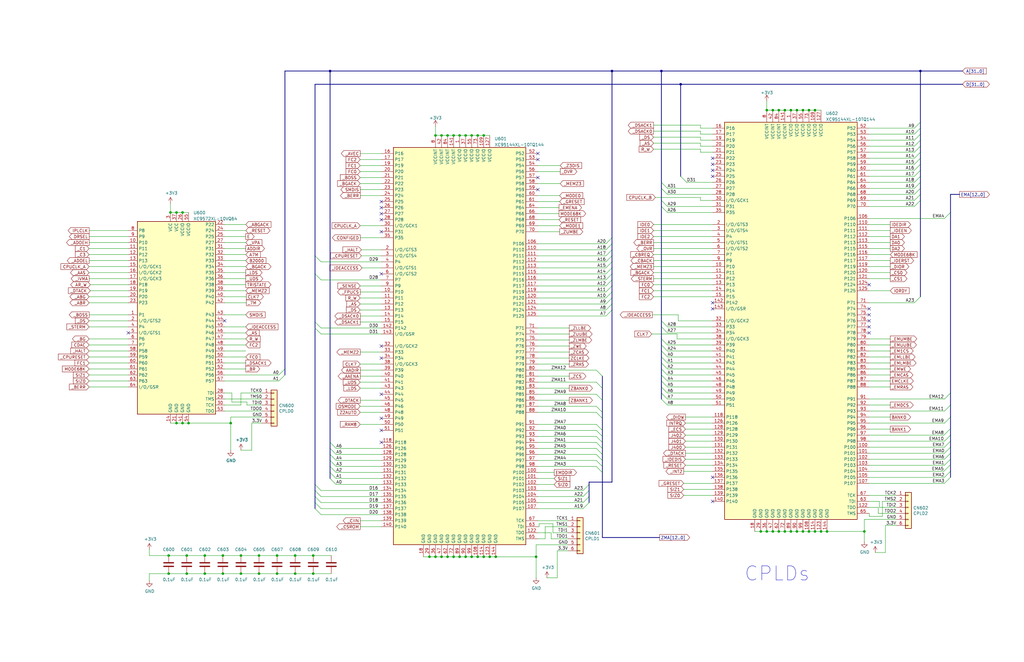
<source format=kicad_sch>
(kicad_sch (version 20231120) (generator "eeschema") (generator_version "8.0")
  (paper "B")
  (title_block (title "Amiga N2630 MC68882 PLCC") (date "2024-03-24") (rev "4.1.0a"))
  (junction (at 93.98 234.442))
  (junction (at 124.46 234.442))
  (junction (at 364.49 224.282))
  (junction (at 336.042 224.282))
  (junction (at 71.882 89.662))
  (junction (at 226.06 234.95))
  (junction (at 74.422 178.562))
  (junction (at 74.422 89.662))
  (junction (at 109.22 234.442))
  (junction (at 71.12 234.442))
  (junction (at 206.502 234.95))
  (junction (at 132.08 234.442))
  (junction (at 209.042 234.95))
  (junction (at 203.962 57.15))
  (junction (at 139.192 29.972))
  (junction (at 109.22 242.062))
  (junction (at 258.064 29.972))
  (junction (at 132.08 242.062))
  (junction (at 191.262 57.15))
  (junction (at 193.802 57.15))
  (junction (at 86.36 234.442))
  (junction (at 196.342 57.15))
  (junction (at 325.882 224.282))
  (junction (at 183.642 57.15))
  (junction (at 191.262 234.95))
  (junction (at 76.962 178.562))
  (junction (at 343.662 46.482))
  (junction (at 330.962 224.282))
  (junction (at 388.112 29.972))
  (junction (at 116.84 234.442))
  (junction (at 188.722 57.15))
  (junction (at 97.282 178.562))
  (junction (at 201.422 57.15))
  (junction (at 181.102 234.95))
  (junction (at 341.122 46.482))
  (junction (at 287.02 35.56))
  (junction (at 78.74 234.442))
  (junction (at 76.962 89.662))
  (junction (at 78.74 242.062))
  (junction (at 124.46 242.062))
  (junction (at 278.892 29.972))
  (junction (at 333.502 224.282))
  (junction (at 101.6 234.442))
  (junction (at 341.122 224.282))
  (junction (at 323.342 46.482))
  (junction (at 325.882 46.482))
  (junction (at 338.582 46.482))
  (junction (at 346.202 224.282))
  (junction (at 186.182 234.95))
  (junction (at 198.882 57.15))
  (junction (at 79.502 178.562))
  (junction (at 196.342 234.95))
  (junction (at 186.182 57.15))
  (junction (at 93.98 242.062))
  (junction (at 328.422 46.482))
  (junction (at 101.6 242.062))
  (junction (at 323.342 224.282))
  (junction (at 328.422 224.282))
  (junction (at 343.662 224.282))
  (junction (at 330.962 46.482))
  (junction (at 116.84 242.062))
  (junction (at 336.042 46.482))
  (junction (at 320.802 224.282))
  (junction (at 338.582 224.282))
  (junction (at 183.642 234.95))
  (junction (at 71.12 242.062))
  (junction (at 86.36 242.062))
  (junction (at 333.502 46.482))
  (junction (at 193.802 234.95))
  (junction (at 203.962 234.95))
  (junction (at 188.722 234.95))
  (junction (at 201.422 234.95))
  (junction (at 348.742 224.282))
  (junction (at 198.882 234.95))
  (no_connect (at 300.482 66.802))
  (no_connect (at 160.782 166.37))
  (no_connect (at 160.782 186.69))
  (no_connect (at 226.822 80.01))
  (no_connect (at 226.822 74.93))
  (no_connect (at 226.822 67.31))
  (no_connect (at 226.822 64.77))
  (no_connect (at 300.482 211.582))
  (no_connect (at 366.522 120.142))
  (no_connect (at 160.782 115.57))
  (no_connect (at 160.782 97.79))
  (no_connect (at 160.782 146.05))
  (no_connect (at 366.522 130.302))
  (no_connect (at 300.482 71.882))
  (no_connect (at 300.482 201.422))
  (no_connect (at 160.782 92.71))
  (no_connect (at 300.482 74.422))
  (no_connect (at 366.522 140.462))
  (no_connect (at 366.522 137.922))
  (no_connect (at 366.522 135.382))
  (no_connect (at 160.782 85.09))
  (no_connect (at 160.782 87.63))
  (no_connect (at 160.782 90.17))
  (no_connect (at 300.482 69.342))
  (no_connect (at 94.742 135.382))
  (no_connect (at 160.782 151.13))
  (no_connect (at 160.782 176.53))
  (no_connect (at 160.782 181.61))
  (no_connect (at 366.522 132.842))
  (no_connect (at 54.102 140.462))
  (no_connect (at 300.482 130.302))
  (no_connect (at 300.482 127.762))
  (bus_entry (at 281.432 137.922) (size -2.54 -2.54))
  (bus_entry (at 398.272 186.182) (size 2.54 -2.54))
  (bus_entry (at 398.018 183.642) (size 2.54 -2.54))
  (bus_entry (at 398.272 188.722) (size 2.54 -2.54))
  (bus_entry (at 398.272 173.482) (size 2.54 -2.54))
  (bus_entry (at 398.272 178.562) (size 2.54 -2.54))
  (bus_entry (at 255.524 107.95) (size 2.54 -2.54))
  (bus_entry (at 385.572 74.422) (size 2.54 -2.54))
  (bus_entry (at 385.572 61.722) (size 2.54 -2.54))
  (bus_entry (at 255.524 133.35) (size 2.54 -2.54))
  (bus_entry (at 385.572 54.102) (size 2.54 -2.54))
  (bus_entry (at 281.432 89.662) (size -2.54 -2.54))
  (bus_entry (at 281.432 79.502) (size -2.54 -2.54))
  (bus_entry (at 385.572 127.762) (size 2.54 -2.54))
  (bus_entry (at 385.572 79.502) (size 2.54 -2.54))
  (bus_entry (at 135.382 209.55) (size -2.54 -2.54))
  (bus_entry (at 281.432 165.862) (size -2.54 -2.54))
  (bus_entry (at 398.272 201.422) (size 2.54 -2.54))
  (bus_entry (at 398.272 193.802) (size 2.54 -2.54))
  (bus_entry (at 398.272 203.962) (size 2.54 -2.54))
  (bus_entry (at 398.272 92.202) (size 2.54 -2.54))
  (bus_entry (at 398.018 198.882) (size 2.54 -2.54))
  (bus_entry (at 398.272 196.342) (size 2.54 -2.54))
  (bus_entry (at 398.272 191.262) (size 2.54 -2.54))
  (bus_entry (at 251.46 156.21) (size 2.54 2.54))
  (bus_entry (at 135.382 207.01) (size -2.54 -2.54))
  (bus_entry (at 281.432 163.322) (size -2.54 -2.54))
  (bus_entry (at 281.432 150.622) (size -2.54 -2.54))
  (bus_entry (at 281.432 145.542) (size -2.54 -2.54))
  (bus_entry (at 141.732 204.47) (size -2.54 -2.54))
  (bus_entry (at 141.732 196.85) (size -2.54 -2.54))
  (bus_entry (at 141.732 194.31) (size -2.54 -2.54))
  (bus_entry (at 141.732 199.39) (size -2.54 -2.54))
  (bus_entry (at 141.732 201.93) (size -2.54 -2.54))
  (bus_entry (at 141.732 189.23) (size -2.54 -2.54))
  (bus_entry (at 141.732 191.77) (size -2.54 -2.54))
  (bus_entry (at 255.524 118.11) (size 2.54 -2.54))
  (bus_entry (at 255.524 128.27) (size 2.54 -2.54))
  (bus_entry (at 255.524 120.65) (size 2.54 -2.54))
  (bus_entry (at 255.524 123.19) (size 2.54 -2.54))
  (bus_entry (at 255.524 125.73) (size 2.54 -2.54))
  (bus_entry (at 255.524 130.81) (size 2.54 -2.54))
  (bus_entry (at 245.872 207.01) (size 2.54 -2.54))
  (bus_entry (at 245.872 214.63) (size 2.54 -2.54))
  (bus_entry (at 245.872 212.09) (size 2.54 -2.54))
  (bus_entry (at 255.524 115.57) (size 2.54 -2.54))
  (bus_entry (at 255.524 113.03) (size 2.54 -2.54))
  (bus_entry (at 245.872 209.55) (size 2.54 -2.54))
  (bus_entry (at 251.46 161.29) (size 2.54 2.54))
  (bus_entry (at 385.572 84.582) (size 2.54 -2.54))
  (bus_entry (at 385.572 69.342) (size 2.54 -2.54))
  (bus_entry (at 255.524 110.49) (size 2.54 -2.54))
  (bus_entry (at 385.572 82.042) (size 2.54 -2.54))
  (bus_entry (at 385.572 59.182) (size 2.54 -2.54))
  (bus_entry (at 281.432 170.942) (size -2.54 -2.54))
  (bus_entry (at 385.572 56.642) (size 2.54 -2.54))
  (bus_entry (at 281.432 155.702) (size -2.54 -2.54))
  (bus_entry (at 135.382 217.17) (size -2.54 -2.54))
  (bus_entry (at 281.432 168.402) (size -2.54 -2.54))
  (bus_entry (at 281.432 160.782) (size -2.54 -2.54))
  (bus_entry (at 117.602 158.242) (size 2.54 -2.54))
  (bus_entry (at 255.524 102.87) (size 2.54 -2.54))
  (bus_entry (at 385.572 71.882) (size 2.54 -2.54))
  (bus_entry (at 281.432 158.242) (size -2.54 -2.54))
  (bus_entry (at 398.272 168.402) (size 2.54 -2.54))
  (bus_entry (at 281.432 148.082) (size -2.54 -2.54))
  (bus_entry (at 385.572 64.262) (size 2.54 -2.54))
  (bus_entry (at 281.432 140.462) (size -2.54 -2.54))
  (bus_entry (at 385.572 87.122) (size 2.54 -2.54))
  (bus_entry (at 289.56 76.962) (size -2.54 -2.54))
  (bus_entry (at 385.572 66.802) (size 2.54 -2.54))
  (bus_entry (at 385.572 76.962) (size 2.54 -2.54))
  (bus_entry (at 255.524 105.41) (size 2.54 -2.54))
  (bus_entry (at 281.432 153.162) (size -2.54 -2.54))
  (bus_entry (at 135.382 212.09) (size -2.54 -2.54))
  (bus_entry (at 251.46 171.45) (size 2.54 2.54))
  (bus_entry (at 251.46 166.37) (size 2.54 2.54))
  (bus_entry (at 251.46 179.07) (size 2.54 2.54))
  (bus_entry (at 251.46 173.99) (size 2.54 2.54))
  (bus_entry (at 251.46 191.77) (size 2.54 2.54))
  (bus_entry (at 251.46 194.31) (size 2.54 2.54))
  (bus_entry (at 251.46 196.85) (size 2.54 2.54))
  (bus_entry (at 251.46 184.15) (size 2.54 2.54))
  (bus_entry (at 251.46 189.23) (size 2.54 2.54))
  (bus_entry (at 251.46 181.61) (size 2.54 2.54))
  (bus_entry (at 251.46 186.69) (size 2.54 2.54))
  (bus_entry (at 117.602 160.782) (size 2.54 -2.54))
  (bus_entry (at 281.432 87.122) (size -2.54 -2.54))
  (bus_entry (at 281.432 82.042) (size -2.54 -2.54))
  (bus_entry (at 135.382 110.49) (size -2.54 -2.54))
  (bus_entry (at 135.382 118.11) (size -2.54 -2.54))
  (bus_entry (at 135.382 140.97) (size -2.54 -2.54))
  (bus_entry (at 135.382 138.43) (size -2.54 -2.54))
  (bus_entry (at 135.382 214.63) (size -2.54 -2.54))
  (bus (pts (xy 278.892 79.502) (xy 278.892 84.582)))
  (wire (pts (xy 54.102 112.522) (xy 37.592 112.522)))
  (wire (pts (xy 366.522 173.482) (xy 398.272 173.482)))
  (wire (pts (xy 276.352 83.312) (xy 295.402 83.312)))
  (wire (pts (xy 183.642 234.95) (xy 186.182 234.95)))
  (wire (pts (xy 226.06 243.84) (xy 226.06 234.95)))
  (bus (pts (xy 254 163.83) (xy 254 168.91)))
  (wire (pts (xy 226.06 234.95) (xy 226.06 229.87)))
  (bus (pts (xy 258.064 120.65) (xy 258.064 118.11)))
  (bus (pts (xy 132.842 107.95) (xy 132.842 35.56)))
  (bus (pts (xy 258.064 115.57) (xy 258.064 113.03)))
  (bus (pts (xy 254 181.61) (xy 254 184.15)))
  (wire (pts (xy 203.962 234.95) (xy 206.502 234.95)))
  (wire (pts (xy 366.522 109.982) (xy 375.412 109.982)))
  (wire (pts (xy 288.29 203.962) (xy 300.482 203.962)))
  (wire (pts (xy 103.632 148.082) (xy 94.742 148.082)))
  (wire (pts (xy 181.102 234.95) (xy 183.642 234.95)))
  (wire (pts (xy 101.6 242.062) (xy 93.98 242.062)))
  (wire (pts (xy 239.522 222.25) (xy 229.87 222.25)))
  (bus (pts (xy 248.412 212.09) (xy 248.412 209.55)))
  (wire (pts (xy 300.482 165.862) (xy 281.432 165.862)))
  (wire (pts (xy 300.482 160.782) (xy 281.432 160.782)))
  (wire (pts (xy 54.102 109.982) (xy 37.592 109.982)))
  (wire (pts (xy 188.722 234.95) (xy 191.262 234.95)))
  (wire (pts (xy 151.892 222.25) (xy 160.782 222.25)))
  (wire (pts (xy 366.522 170.942) (xy 375.412 170.942)))
  (wire (pts (xy 372.11 217.932) (xy 366.522 217.932)))
  (wire (pts (xy 104.14 170.942) (xy 110.49 170.942)))
  (wire (pts (xy 135.382 214.63) (xy 160.782 214.63)))
  (wire (pts (xy 320.802 224.282) (xy 318.262 224.282)))
  (wire (pts (xy 286.004 135.382) (xy 286.004 132.842)))
  (wire (pts (xy 295.402 52.832) (xy 275.59 52.832)))
  (bus (pts (xy 139.192 194.31) (xy 139.192 196.85)))
  (wire (pts (xy 328.422 46.482) (xy 325.882 46.482)))
  (wire (pts (xy 385.572 71.882) (xy 366.522 71.882)))
  (bus (pts (xy 254 158.75) (xy 254 163.83)))
  (wire (pts (xy 281.432 150.622) (xy 300.482 150.622)))
  (wire (pts (xy 255.524 110.49) (xy 226.822 110.49)))
  (wire (pts (xy 245.872 214.63) (xy 226.822 214.63)))
  (wire (pts (xy 275.59 94.742) (xy 300.482 94.742)))
  (wire (pts (xy 364.49 224.282) (xy 364.49 219.202)))
  (wire (pts (xy 385.572 84.582) (xy 366.522 84.582)))
  (bus (pts (xy 132.842 212.09) (xy 132.842 214.63)))
  (wire (pts (xy 97.282 178.562) (xy 97.282 176.022)))
  (wire (pts (xy 54.102 122.682) (xy 38.1 122.682)))
  (wire (pts (xy 285.496 143.002) (xy 285.496 140.97)))
  (wire (pts (xy 295.402 60.452) (xy 295.402 61.722)))
  (bus (pts (xy 248.412 209.55) (xy 248.412 207.01)))
  (wire (pts (xy 71.882 85.852) (xy 71.882 89.662)))
  (wire (pts (xy 103.632 102.362) (xy 94.742 102.362)))
  (wire (pts (xy 135.382 207.01) (xy 160.782 207.01)))
  (wire (pts (xy 300.482 107.442) (xy 275.59 107.442)))
  (wire (pts (xy 226.822 97.79) (xy 235.966 97.79)))
  (wire (pts (xy 103.632 155.702) (xy 94.742 155.702)))
  (bus (pts (xy 132.842 138.684) (xy 132.842 204.47)))
  (wire (pts (xy 94.742 125.222) (xy 103.886 125.222)))
  (wire (pts (xy 226.822 189.23) (xy 251.46 189.23)))
  (wire (pts (xy 191.262 57.15) (xy 188.722 57.15)))
  (wire (pts (xy 54.102 125.222) (xy 37.592 125.222)))
  (wire (pts (xy 289.052 193.802) (xy 300.482 193.802)))
  (wire (pts (xy 336.042 46.482) (xy 333.502 46.482)))
  (wire (pts (xy 300.482 209.042) (xy 288.29 209.042)))
  (wire (pts (xy 94.742 94.742) (xy 103.632 94.742)))
  (wire (pts (xy 385.572 127.762) (xy 366.522 127.762)))
  (wire (pts (xy 226.822 219.71) (xy 239.522 219.71)))
  (bus (pts (xy 258.064 102.87) (xy 258.064 100.33)))
  (wire (pts (xy 281.432 148.082) (xy 300.482 148.082)))
  (wire (pts (xy 226.822 92.71) (xy 235.712 92.71)))
  (wire (pts (xy 37.592 158.242) (xy 54.102 158.242)))
  (wire (pts (xy 281.432 89.662) (xy 300.482 89.662)))
  (wire (pts (xy 281.432 82.042) (xy 300.482 82.042)))
  (bus (pts (xy 254 191.77) (xy 254 194.31)))
  (bus (pts (xy 400.812 191.262) (xy 400.812 188.722)))
  (wire (pts (xy 226.822 194.31) (xy 251.46 194.31)))
  (wire (pts (xy 160.782 74.93) (xy 151.892 74.93)))
  (wire (pts (xy 103.632 122.682) (xy 94.742 122.682)))
  (wire (pts (xy 226.822 191.77) (xy 251.46 191.77)))
  (bus (pts (xy 258.064 118.11) (xy 258.064 115.57)))
  (bus (pts (xy 254 199.39) (xy 254 226.822)))
  (wire (pts (xy 300.482 186.182) (xy 289.052 186.182)))
  (wire (pts (xy 94.742 158.242) (xy 117.602 158.242)))
  (wire (pts (xy 300.482 112.522) (xy 275.59 112.522)))
  (wire (pts (xy 206.502 234.95) (xy 209.042 234.95)))
  (wire (pts (xy 366.522 176.022) (xy 375.412 176.022)))
  (wire (pts (xy 226.822 95.25) (xy 235.966 95.25)))
  (wire (pts (xy 196.342 234.95) (xy 198.882 234.95)))
  (wire (pts (xy 160.782 64.77) (xy 151.892 64.77)))
  (bus (pts (xy 388.112 64.262) (xy 388.112 66.802)))
  (bus (pts (xy 254 189.23) (xy 254 191.77)))
  (wire (pts (xy 160.782 77.47) (xy 151.892 77.47)))
  (wire (pts (xy 300.482 170.942) (xy 281.432 170.942)))
  (wire (pts (xy 141.732 196.85) (xy 160.782 196.85)))
  (wire (pts (xy 289.56 76.962) (xy 300.482 76.962)))
  (wire (pts (xy 94.742 109.982) (xy 103.632 109.982)))
  (wire (pts (xy 385.572 54.102) (xy 366.522 54.102)))
  (wire (pts (xy 160.782 173.99) (xy 151.892 173.99)))
  (wire (pts (xy 325.882 46.482) (xy 323.342 46.482)))
  (wire (pts (xy 196.342 57.15) (xy 193.802 57.15)))
  (wire (pts (xy 54.102 117.602) (xy 37.592 117.602)))
  (bus (pts (xy 400.812 176.022) (xy 400.812 170.942)))
  (bus (pts (xy 388.112 61.722) (xy 388.112 64.262)))
  (wire (pts (xy 366.522 145.542) (xy 375.412 145.542)))
  (wire (pts (xy 93.98 242.062) (xy 86.36 242.062)))
  (wire (pts (xy 300.482 183.642) (xy 289.052 183.642)))
  (wire (pts (xy 275.59 104.902) (xy 300.482 104.902)))
  (wire (pts (xy 103.632 150.622) (xy 94.742 150.622)))
  (wire (pts (xy 37.592 148.082) (xy 54.102 148.082)))
  (wire (pts (xy 226.822 199.39) (xy 233.68 199.39)))
  (wire (pts (xy 124.46 242.062) (xy 132.08 242.062)))
  (wire (pts (xy 341.122 224.282) (xy 338.582 224.282)))
  (wire (pts (xy 37.592 132.842) (xy 54.102 132.842)))
  (bus (pts (xy 400.812 89.662) (xy 400.812 82.042)))
  (wire (pts (xy 151.892 156.21) (xy 160.782 156.21)))
  (wire (pts (xy 151.892 123.19) (xy 160.782 123.19)))
  (wire (pts (xy 54.102 137.922) (xy 37.592 137.922)))
  (bus (pts (xy 254 194.31) (xy 254 196.85)))
  (wire (pts (xy 226.822 90.17) (xy 235.712 90.17)))
  (wire (pts (xy 37.592 104.902) (xy 54.102 104.902)))
  (wire (pts (xy 300.482 163.322) (xy 281.432 163.322)))
  (wire (pts (xy 281.432 87.122) (xy 300.482 87.122)))
  (bus (pts (xy 248.412 203.454) (xy 258.064 203.454)))
  (wire (pts (xy 209.042 234.95) (xy 226.06 234.95)))
  (bus (pts (xy 278.892 158.242) (xy 278.892 160.782)))
  (wire (pts (xy 135.382 217.17) (xy 160.782 217.17)))
  (wire (pts (xy 191.262 234.95) (xy 193.802 234.95)))
  (bus (pts (xy 258.064 113.03) (xy 258.064 110.49)))
  (wire (pts (xy 366.522 178.562) (xy 398.272 178.562)))
  (bus (pts (xy 278.892 153.162) (xy 278.892 155.702)))
  (wire (pts (xy 385.572 69.342) (xy 366.522 69.342)))
  (bus (pts (xy 120.142 29.972) (xy 139.192 29.972)))
  (wire (pts (xy 160.782 163.83) (xy 151.892 163.83)))
  (wire (pts (xy 375.412 122.682) (xy 366.522 122.682)))
  (bus (pts (xy 278.892 160.782) (xy 278.892 163.322)))
  (bus (pts (xy 254 176.53) (xy 254 181.61)))
  (bus (pts (xy 258.064 128.27) (xy 258.064 130.81)))
  (wire (pts (xy 151.892 125.73) (xy 160.782 125.73)))
  (wire (pts (xy 76.962 178.562) (xy 79.502 178.562)))
  (wire (pts (xy 151.892 158.75) (xy 160.782 158.75)))
  (wire (pts (xy 226.822 143.51) (xy 240.03 143.51)))
  (wire (pts (xy 234.95 243.84) (xy 230.632 243.84)))
  (wire (pts (xy 289.052 176.022) (xy 300.482 176.022)))
  (wire (pts (xy 103.632 140.462) (xy 94.742 140.462)))
  (wire (pts (xy 226.822 87.63) (xy 235.712 87.63)))
  (wire (pts (xy 255.524 102.87) (xy 226.822 102.87)))
  (wire (pts (xy 109.22 242.062) (xy 101.6 242.062)))
  (wire (pts (xy 141.732 191.77) (xy 160.782 191.77)))
  (wire (pts (xy 193.802 234.95) (xy 196.342 234.95)))
  (wire (pts (xy 79.502 178.562) (xy 97.282 178.562)))
  (wire (pts (xy 372.11 211.582) (xy 372.11 217.932)))
  (bus (pts (xy 388.112 66.802) (xy 388.112 69.342)))
  (bus (pts (xy 400.812 82.042) (xy 404.622 82.042)))
  (wire (pts (xy 366.522 163.322) (xy 375.412 163.322)))
  (wire (pts (xy 103.632 145.542) (xy 94.742 145.542)))
  (wire (pts (xy 300.482 117.602) (xy 275.59 117.602)))
  (wire (pts (xy 226.822 72.39) (xy 236.22 72.39)))
  (bus (pts (xy 278.892 145.542) (xy 278.892 148.082)))
  (bus (pts (xy 278.892 29.972) (xy 388.112 29.972)))
  (bus (pts (xy 278.892 165.862) (xy 278.892 168.402)))
  (bus (pts (xy 400.812 193.802) (xy 400.812 191.262)))
  (wire (pts (xy 135.382 138.43) (xy 160.782 138.43)))
  (wire (pts (xy 109.22 234.442) (xy 116.84 234.442)))
  (wire (pts (xy 151.892 120.65) (xy 160.782 120.65)))
  (wire (pts (xy 160.782 107.95) (xy 152.4 107.95)))
  (bus (pts (xy 258.064 130.81) (xy 258.064 203.454)))
  (wire (pts (xy 366.522 183.642) (xy 398.018 183.642)))
  (wire (pts (xy 141.732 189.23) (xy 160.782 189.23)))
  (wire (pts (xy 333.502 46.482) (xy 330.962 46.482)))
  (wire (pts (xy 226.822 153.67) (xy 240.03 153.67)))
  (wire (pts (xy 300.482 115.062) (xy 275.59 115.062)))
  (wire (pts (xy 160.782 95.25) (xy 151.892 95.25)))
  (wire (pts (xy 229.87 222.25) (xy 229.87 227.33)))
  (wire (pts (xy 233.172 220.98) (xy 227.33 220.98)))
  (bus (pts (xy 400.812 89.662) (xy 400.812 165.862)))
  (wire (pts (xy 116.84 242.062) (xy 124.46 242.062)))
  (wire (pts (xy 135.382 110.49) (xy 160.782 110.49)))
  (wire (pts (xy 54.102 107.442) (xy 37.592 107.442)))
  (wire (pts (xy 300.482 120.142) (xy 275.59 120.142)))
  (wire (pts (xy 86.36 234.442) (xy 78.74 234.442)))
  (bus (pts (xy 388.112 29.972) (xy 405.892 29.972)))
  (wire (pts (xy 226.822 77.47) (xy 236.22 77.47)))
  (wire (pts (xy 103.632 112.522) (xy 94.742 112.522)))
  (wire (pts (xy 97.282 189.992) (xy 97.282 178.562)))
  (wire (pts (xy 151.892 130.81) (xy 160.782 130.81)))
  (wire (pts (xy 232.41 227.33) (xy 239.522 227.33)))
  (wire (pts (xy 275.59 60.452) (xy 295.402 60.452)))
  (wire (pts (xy 338.582 224.282) (xy 336.042 224.282)))
  (wire (pts (xy 226.822 85.09) (xy 235.966 85.09)))
  (wire (pts (xy 101.6 165.862) (xy 101.6 170.942)))
  (wire (pts (xy 370.84 214.122) (xy 377.952 214.122)))
  (wire (pts (xy 97.79 165.862) (xy 97.79 169.672)))
  (wire (pts (xy 300.482 84.582) (xy 295.402 84.582)))
  (wire (pts (xy 226.822 82.55) (xy 235.966 82.55)))
  (wire (pts (xy 198.882 57.15) (xy 196.342 57.15)))
  (wire (pts (xy 226.822 179.07) (xy 251.46 179.07)))
  (wire (pts (xy 201.422 57.15) (xy 198.882 57.15)))
  (wire (pts (xy 109.22 242.062) (xy 116.84 242.062)))
  (wire (pts (xy 348.742 224.282) (xy 364.49 224.282)))
  (wire (pts (xy 275.59 99.822) (xy 300.482 99.822)))
  (wire (pts (xy 71.12 234.442) (xy 62.992 234.442)))
  (bus (pts (xy 139.192 191.77) (xy 139.192 194.31)))
  (wire (pts (xy 385.572 87.122) (xy 366.522 87.122)))
  (wire (pts (xy 198.882 234.95) (xy 201.422 234.95)))
  (wire (pts (xy 255.524 133.35) (xy 226.822 133.35)))
  (bus (pts (xy 400.812 188.722) (xy 400.812 186.182)))
  (bus (pts (xy 258.064 100.33) (xy 258.064 29.972)))
  (bus (pts (xy 388.112 56.642) (xy 388.112 59.182)))
  (wire (pts (xy 275.59 125.222) (xy 300.482 125.222)))
  (bus (pts (xy 139.192 186.69) (xy 139.192 189.23)))
  (wire (pts (xy 124.46 234.442) (xy 132.08 234.442)))
  (wire (pts (xy 141.732 199.39) (xy 160.782 199.39)))
  (wire (pts (xy 71.12 242.062) (xy 62.992 242.062)))
  (wire (pts (xy 370.332 214.122) (xy 370.332 216.662)))
  (wire (pts (xy 366.522 168.402) (xy 398.272 168.402)))
  (wire (pts (xy 203.962 57.15) (xy 201.422 57.15)))
  (wire (pts (xy 54.102 99.822) (xy 37.592 99.822)))
  (wire (pts (xy 233.172 224.79) (xy 233.172 220.98)))
  (bus (pts (xy 400.812 183.642) (xy 400.812 176.022)))
  (wire (pts (xy 366.522 112.522) (xy 375.412 112.522)))
  (wire (pts (xy 37.592 153.162) (xy 54.102 153.162)))
  (bus (pts (xy 278.892 163.322) (xy 278.892 165.862)))
  (wire (pts (xy 226.822 184.15) (xy 251.46 184.15)))
  (wire (pts (xy 366.522 203.962) (xy 398.272 203.962)))
  (wire (pts (xy 366.522 115.062) (xy 375.412 115.062)))
  (wire (pts (xy 385.572 64.262) (xy 366.522 64.262)))
  (wire (pts (xy 186.182 234.95) (xy 188.722 234.95)))
  (wire (pts (xy 323.342 224.282) (xy 320.802 224.282)))
  (wire (pts (xy 288.29 198.882) (xy 300.482 198.882)))
  (wire (pts (xy 226.822 140.97) (xy 240.03 140.97)))
  (wire (pts (xy 300.482 191.262) (xy 289.052 191.262)))
  (wire (pts (xy 377.952 221.742) (xy 373.38 221.742)))
  (bus (pts (xy 278.892 137.922) (xy 278.892 143.002)))
  (wire (pts (xy 366.522 143.002) (xy 375.412 143.002)))
  (wire (pts (xy 255.524 130.81) (xy 226.822 130.81)))
  (bus (pts (xy 258.064 107.95) (xy 258.064 105.41)))
  (wire (pts (xy 385.572 56.642) (xy 366.522 56.642)))
  (wire (pts (xy 323.342 42.672) (xy 323.342 46.482)))
  (wire (pts (xy 117.602 160.782) (xy 94.742 160.782)))
  (wire (pts (xy 132.08 234.442) (xy 139.7 234.442)))
  (wire (pts (xy 160.782 161.29) (xy 151.892 161.29)))
  (wire (pts (xy 300.482 56.642) (xy 295.402 56.642)))
  (bus (pts (xy 132.842 115.57) (xy 132.842 107.95)))
  (wire (pts (xy 226.822 204.47) (xy 233.68 204.47)))
  (wire (pts (xy 151.892 153.67) (xy 160.782 153.67)))
  (wire (pts (xy 54.102 127.762) (xy 37.592 127.762)))
  (bus (pts (xy 388.112 82.042) (xy 388.112 84.582)))
  (wire (pts (xy 289.052 196.342) (xy 300.482 196.342)))
  (wire (pts (xy 295.402 55.372) (xy 275.59 55.372)))
  (wire (pts (xy 97.79 169.672) (xy 104.14 169.672)))
  (wire (pts (xy 275.59 97.282) (xy 300.482 97.282)))
  (bus (pts (xy 400.812 186.182) (xy 400.812 183.642)))
  (wire (pts (xy 132.08 242.062) (xy 139.7 242.062)))
  (wire (pts (xy 295.402 64.262) (xy 295.402 62.992)))
  (bus (pts (xy 400.812 201.422) (xy 400.812 198.882)))
  (wire (pts (xy 366.522 117.602) (xy 375.412 117.602)))
  (wire (pts (xy 289.052 181.102) (xy 300.482 181.102)))
  (wire (pts (xy 366.522 211.582) (xy 370.84 211.582)))
  (wire (pts (xy 226.822 151.13) (xy 240.03 151.13)))
  (wire (pts (xy 54.102 120.142) (xy 38.1 120.142)))
  (wire (pts (xy 370.332 216.662) (xy 377.952 216.662)))
  (wire (pts (xy 226.822 158.75) (xy 240.03 158.75)))
  (wire (pts (xy 364.49 219.202) (xy 377.952 219.202)))
  (wire (pts (xy 255.524 105.41) (xy 226.822 105.41)))
  (wire (pts (xy 295.402 56.642) (xy 295.402 55.372)))
  (bus (pts (xy 258.064 29.972) (xy 278.892 29.972)))
  (wire (pts (xy 93.98 234.442) (xy 86.36 234.442)))
  (wire (pts (xy 281.432 153.162) (xy 300.482 153.162)))
  (wire (pts (xy 373.38 233.172) (xy 369.062 233.172)))
  (bus (pts (xy 132.842 135.89) (xy 132.842 115.57)))
  (wire (pts (xy 275.59 102.362) (xy 300.482 102.362)))
  (wire (pts (xy 227.33 222.25) (xy 226.822 222.25)))
  (wire (pts (xy 275.59 62.992) (xy 295.402 62.992)))
  (wire (pts (xy 151.892 67.31) (xy 160.782 67.31)))
  (bus (pts (xy 254 184.15) (xy 254 186.69)))
  (wire (pts (xy 366.522 198.882) (xy 398.018 198.882)))
  (wire (pts (xy 366.522 104.902) (xy 375.412 104.902)))
  (wire (pts (xy 160.782 80.01) (xy 151.892 80.01)))
  (wire (pts (xy 255.524 113.03) (xy 226.822 113.03)))
  (wire (pts (xy 366.522 150.622) (xy 375.412 150.622)))
  (bus (pts (xy 287.02 35.56) (xy 405.892 35.56)))
  (wire (pts (xy 288.29 206.502) (xy 300.482 206.502)))
  (wire (pts (xy 160.782 171.45) (xy 151.892 171.45)))
  (wire (pts (xy 151.892 128.27) (xy 160.782 128.27)))
  (wire (pts (xy 206.502 57.15) (xy 203.962 57.15)))
  (wire (pts (xy 160.782 179.07) (xy 151.892 179.07)))
  (wire (pts (xy 286.004 132.842) (xy 275.082 132.842)))
  (wire (pts (xy 255.524 115.57) (xy 226.822 115.57)))
  (wire (pts (xy 160.782 168.91) (xy 151.892 168.91)))
  (wire (pts (xy 37.592 150.622) (xy 54.102 150.622)))
  (wire (pts (xy 385.572 79.502) (xy 366.522 79.502)))
  (wire (pts (xy 37.592 160.782) (xy 54.102 160.782)))
  (wire (pts (xy 328.422 224.282) (xy 325.882 224.282)))
  (wire (pts (xy 366.522 153.162) (xy 375.412 153.162)))
  (wire (pts (xy 245.872 212.09) (xy 226.822 212.09)))
  (wire (pts (xy 54.102 135.382) (xy 37.592 135.382)))
  (wire (pts (xy 275.59 57.912) (xy 295.402 57.912)))
  (wire (pts (xy 160.782 72.39) (xy 151.892 72.39)))
  (wire (pts (xy 226.822 171.45) (xy 251.46 171.45)))
  (wire (pts (xy 37.592 145.542) (xy 54.102 145.542)))
  (wire (pts (xy 226.822 146.05) (xy 240.03 146.05)))
  (wire (pts (xy 103.632 137.922) (xy 94.742 137.922)))
  (bus (pts (xy 400.812 170.942) (xy 400.812 165.862)))
  (bus (pts (xy 139.192 199.39) (xy 139.192 201.93)))
  (wire (pts (xy 364.49 228.6) (xy 364.49 224.282)))
  (wire (pts (xy 103.632 143.002) (xy 94.742 143.002)))
  (wire (pts (xy 377.952 211.582) (xy 372.11 211.582)))
  (bus (pts (xy 278.892 148.082) (xy 278.892 150.622)))
  (wire (pts (xy 94.742 97.282) (xy 103.632 97.282)))
  (bus (pts (xy 388.112 79.502) (xy 388.112 82.042)))
  (bus (pts (xy 120.142 158.242) (xy 120.142 155.702)))
  (bus (pts (xy 388.112 54.102) (xy 388.112 56.642)))
  (wire (pts (xy 226.822 181.61) (xy 251.46 181.61)))
  (wire (pts (xy 110.49 168.402) (xy 94.742 168.402)))
  (bus (pts (xy 132.842 35.56) (xy 287.02 35.56)))
  (wire (pts (xy 366.522 214.122) (xy 370.332 214.122)))
  (bus (pts (xy 254 226.822) (xy 278.13 226.822)))
  (bus (pts (xy 258.064 105.41) (xy 258.064 102.87)))
  (bus (pts (xy 120.142 155.702) (xy 120.142 29.972)))
  (wire (pts (xy 110.49 173.482) (xy 94.742 173.482)))
  (wire (pts (xy 160.782 204.47) (xy 141.732 204.47)))
  (wire (pts (xy 295.402 54.102) (xy 295.402 52.832)))
  (bus (pts (xy 139.192 196.85) (xy 139.192 199.39)))
  (bus (pts (xy 388.112 74.422) (xy 388.112 76.962)))
  (bus (pts (xy 388.112 69.342) (xy 388.112 71.882)))
  (wire (pts (xy 366.522 158.242) (xy 375.412 158.242)))
  (wire (pts (xy 109.22 234.442) (xy 101.6 234.442)))
  (wire (pts (xy 330.962 224.282) (xy 328.422 224.282)))
  (wire (pts (xy 274.828 140.97) (xy 285.496 140.97)))
  (bus (pts (xy 388.112 51.562) (xy 388.112 54.102)))
  (wire (pts (xy 385.572 76.962) (xy 366.522 76.962)))
  (wire (pts (xy 37.592 155.702) (xy 54.102 155.702)))
  (wire (pts (xy 79.502 89.662) (xy 76.962 89.662)))
  (bus (pts (xy 132.842 138.43) (xy 132.842 135.89)))
  (wire (pts (xy 366.522 193.802) (xy 398.272 193.802)))
  (bus (pts (xy 258.064 123.19) (xy 258.064 120.65)))
  (wire (pts (xy 346.202 46.482) (xy 343.662 46.482)))
  (wire (pts (xy 152.654 113.03) (xy 160.782 113.03)))
  (wire (pts (xy 74.422 178.562) (xy 76.962 178.562)))
  (wire (pts (xy 86.36 242.062) (xy 78.74 242.062)))
  (wire (pts (xy 106.172 189.992) (xy 101.6 189.992)))
  (bus (pts (xy 278.892 84.582) (xy 278.892 87.122)))
  (bus (pts (xy 278.892 155.702) (xy 278.892 158.242)))
  (bus (pts (xy 248.412 207.01) (xy 248.412 204.47)))
  (wire (pts (xy 226.822 156.21) (xy 251.46 156.21)))
  (wire (pts (xy 385.572 74.422) (xy 366.522 74.422)))
  (wire (pts (xy 74.422 89.662) (xy 71.882 89.662)))
  (wire (pts (xy 106.172 178.562) (xy 106.172 189.992)))
  (wire (pts (xy 135.382 209.55) (xy 160.782 209.55)))
  (bus (pts (xy 278.892 135.382) (xy 278.892 137.922)))
  (wire (pts (xy 101.6 170.942) (xy 94.742 170.942)))
  (wire (pts (xy 239.522 224.79) (xy 233.172 224.79)))
  (wire (pts (xy 300.482 158.242) (xy 281.432 158.242)))
  (wire (pts (xy 141.732 194.31) (xy 160.782 194.31)))
  (wire (pts (xy 78.74 234.442) (xy 71.12 234.442)))
  (wire (pts (xy 183.642 53.34) (xy 183.642 57.15)))
  (wire (pts (xy 375.412 99.822) (xy 366.522 99.822)))
  (bus (pts (xy 278.892 76.962) (xy 278.892 79.502)))
  (bus (pts (xy 388.112 71.882) (xy 388.112 74.422)))
  (wire (pts (xy 103.632 120.142) (xy 94.742 120.142)))
  (wire (pts (xy 232.41 224.79) (xy 232.41 227.33)))
  (wire (pts (xy 366.522 209.042) (xy 377.952 209.042)))
  (wire (pts (xy 135.382 140.97) (xy 160.782 140.97)))
  (wire (pts (xy 94.742 132.842) (xy 103.632 132.842)))
  (wire (pts (xy 366.522 107.442) (xy 375.412 107.442)))
  (wire (pts (xy 141.732 201.93) (xy 160.782 201.93)))
  (wire (pts (xy 152.4 105.41) (xy 160.782 105.41)))
  (wire (pts (xy 78.74 242.062) (xy 71.12 242.062)))
  (wire (pts (xy 300.482 143.002) (xy 285.496 143.002)))
  (wire (pts (xy 193.802 57.15) (xy 191.262 57.15)))
  (wire (pts (xy 300.482 135.382) (xy 286.004 135.382)))
  (bus (pts (xy 388.112 76.962) (xy 388.112 79.502)))
  (wire (pts (xy 366.522 97.282) (xy 375.412 97.282)))
  (bus (pts (xy 132.842 207.01) (xy 132.842 209.55)))
  (wire (pts (xy 300.482 64.262) (xy 295.402 64.262)))
  (wire (pts (xy 300.482 54.102) (xy 295.402 54.102)))
  (wire (pts (xy 295.402 57.912) (xy 295.402 59.182)))
  (wire (pts (xy 300.482 109.982) (xy 275.59 109.982)))
  (wire (pts (xy 227.33 220.98) (xy 227.33 222.25)))
  (wire (pts (xy 151.892 69.85) (xy 160.782 69.85)))
  (wire (pts (xy 151.892 133.35) (xy 160.782 133.35)))
  (wire (pts (xy 370.84 211.582) (xy 370.84 214.122)))
  (wire (pts (xy 281.432 137.922) (xy 300.482 137.922)))
  (bus (pts (xy 254 168.91) (xy 254 173.99)))
  (wire (pts (xy 325.882 224.282) (xy 323.342 224.282)))
  (bus (pts (xy 278.892 29.972) (xy 278.892 76.962)))
  (wire (pts (xy 343.662 46.482) (xy 341.122 46.482)))
  (wire (pts (xy 385.572 61.722) (xy 366.522 61.722)))
  (wire (pts (xy 366.522 181.102) (xy 375.412 181.102)))
  (bus (pts (xy 258.064 128.27) (xy 258.064 125.73)))
  (wire (pts (xy 330.962 46.482) (xy 328.422 46.482)))
  (bus (pts (xy 388.112 59.182) (xy 388.112 61.722)))
  (wire (pts (xy 338.582 46.482) (xy 336.042 46.482)))
  (wire (pts (xy 226.06 229.87) (xy 239.522 229.87)))
  (wire (pts (xy 54.102 115.062) (xy 37.592 115.062)))
  (wire (pts (xy 300.482 188.722) (xy 289.052 188.722)))
  (wire (pts (xy 289.052 178.562) (xy 300.482 178.562)))
  (wire (pts (xy 62.992 234.442) (xy 62.992 231.902)))
  (wire (pts (xy 97.282 176.022) (xy 110.49 176.022)))
  (bus (pts (xy 132.842 204.47) (xy 132.842 207.01)))
  (wire (pts (xy 186.182 57.15) (xy 183.642 57.15)))
  (bus (pts (xy 254 173.99) (xy 254 176.53)))
  (wire (pts (xy 245.872 207.01) (xy 226.822 207.01)))
  (wire (pts (xy 54.102 102.362) (xy 37.592 102.362)))
  (wire (pts (xy 226.822 224.79) (xy 232.41 224.79)))
  (wire (pts (xy 239.522 232.41) (xy 234.95 232.41)))
  (wire (pts (xy 103.632 153.162) (xy 94.742 153.162)))
  (wire (pts (xy 366.522 196.342) (xy 398.272 196.342)))
  (wire (pts (xy 348.742 224.282) (xy 346.202 224.282)))
  (wire (pts (xy 226.822 186.69) (xy 251.46 186.69)))
  (wire (pts (xy 226.822 196.85) (xy 251.46 196.85)))
  (bus (pts (xy 258.064 125.73) (xy 258.064 123.19)))
  (bus (pts (xy 278.892 150.622) (xy 278.892 153.162)))
  (wire (pts (xy 236.22 69.85) (xy 226.822 69.85)))
  (wire (pts (xy 234.95 232.41) (xy 234.95 243.84)))
  (wire (pts (xy 366.522 217.932) (xy 366.522 216.662)))
  (wire (pts (xy 333.502 224.282) (xy 330.962 224.282)))
  (wire (pts (xy 101.6 234.442) (xy 93.98 234.442)))
  (wire (pts (xy 103.632 117.602) (xy 94.742 117.602)))
  (bus (pts (xy 139.192 189.23) (xy 139.192 191.77)))
  (wire (pts (xy 366.522 148.082) (xy 375.412 148.082)))
  (wire (pts (xy 373.38 221.742) (xy 373.38 233.172)))
  (bus (pts (xy 254 186.69) (xy 254 189.23)))
  (wire (pts (xy 94.742 99.822) (xy 103.632 99.822)))
  (wire (pts (xy 341.122 46.482) (xy 338.582 46.482)))
  (wire (pts (xy 160.782 82.55) (xy 151.892 82.55)))
  (wire (pts (xy 226.822 163.83) (xy 240.03 163.83)))
  (bus (pts (xy 287.02 35.56) (xy 287.02 74.422)))
  (wire (pts (xy 104.14 169.672) (xy 104.14 170.942)))
  (wire (pts (xy 295.402 84.582) (xy 295.402 83.312)))
  (wire (pts (xy 255.524 123.19) (xy 226.822 123.19)))
  (wire (pts (xy 300.482 168.402) (xy 281.432 168.402)))
  (wire (pts (xy 281.432 79.502) (xy 300.482 79.502)))
  (wire (pts (xy 54.102 97.282) (xy 37.592 97.282)))
  (bus (pts (xy 278.892 143.002) (xy 278.892 145.542)))
  (wire (pts (xy 343.662 224.282) (xy 341.122 224.282)))
  (wire (pts (xy 366.522 160.782) (xy 375.412 160.782)))
  (wire (pts (xy 94.742 127.762) (xy 103.886 127.762)))
  (bus (pts (xy 139.192 29.972) (xy 258.064 29.972)))
  (wire (pts (xy 366.522 102.362) (xy 375.412 102.362)))
  (wire (pts (xy 226.822 107.95) (xy 255.524 107.95)))
  (wire (pts (xy 245.872 209.55) (xy 226.822 209.55)))
  (wire (pts (xy 94.742 104.902) (xy 103.632 104.902)))
  (bus (pts (xy 388.112 84.582) (xy 388.112 125.222)))
  (wire (pts (xy 226.822 201.93) (xy 233.68 201.93)))
  (wire (pts (xy 37.592 163.322) (xy 54.102 163.322)))
  (wire (pts (xy 76.962 89.662) (xy 74.422 89.662)))
  (wire (pts (xy 281.432 155.702) (xy 300.482 155.702)))
  (bus (pts (xy 139.192 29.972) (xy 139.192 186.69)))
  (wire (pts (xy 385.572 82.042) (xy 366.522 82.042)))
  (wire (pts (xy 229.87 227.33) (xy 226.822 227.33)))
  (wire (pts (xy 226.822 173.99) (xy 251.46 173.99)))
  (wire (pts (xy 116.84 234.442) (xy 124.46 234.442)))
  (wire (pts (xy 275.59 122.682) (xy 300.482 122.682)))
  (wire (pts (xy 255.524 118.11) (xy 226.822 118.11)))
  (wire (pts (xy 226.822 161.29) (xy 251.46 161.29)))
  (wire (pts (xy 110.49 165.862) (xy 101.6 165.862)))
  (wire (pts (xy 255.524 120.65) (xy 226.822 120.65)))
  (wire (pts (xy 366.522 201.422) (xy 398.272 201.422)))
  (bus (pts (xy 388.112 29.972) (xy 388.112 51.562)))
  (wire (pts (xy 336.042 224.282) (xy 333.502 224.282)))
  (wire (pts (xy 295.402 61.722) (xy 300.482 61.722)))
  (wire (pts (xy 94.742 107.442) (xy 103.632 107.442)))
  (wire (pts (xy 160.782 148.59) (xy 151.892 148.59)))
  (wire (pts (xy 94.742 165.862) (xy 97.79 165.862)))
  (wire (pts (xy 295.402 59.182) (xy 300.482 59.182)))
  (wire (pts (xy 385.572 66.802) (xy 366.522 66.802)))
  (wire (pts (xy 226.822 166.37) (xy 251.46 166.37)))
  (wire (pts (xy 160.782 219.71) (xy 151.892 219.71)))
  (wire (pts (xy 366.522 155.702) (xy 375.412 155.702)))
  (wire (pts (xy 188.722 57.15) (xy 186.182 57.15)))
  (wire (pts (xy 366.522 186.182) (xy 398.272 186.182)))
  (bus (pts (xy 254 196.85) (xy 254 199.39)))
  (bus (pts (xy 400.812 198.882) (xy 400.812 193.802)))
  (wire (pts (xy 160.782 135.89) (xy 151.892 135.89)))
  (wire (pts (xy 160.782 100.33) (xy 151.892 100.33)))
  (wire (pts (xy 281.432 145.542) (xy 300.482 145.542)))
  (wire (pts (xy 240.03 148.59) (xy 226.822 148.59)))
  (wire (pts (xy 201.422 234.95) (xy 203.962 234.95)))
  (wire (pts (xy 178.562 234.95) (xy 181.102 234.95)))
  (wire (pts (xy 255.524 128.27) (xy 226.822 128.27)))
  (wire (pts (xy 226.822 168.91) (xy 240.03 168.91)))
  (wire (pts (xy 255.524 125.73) (xy 226.822 125.73)))
  (bus (pts (xy 278.892 87.122) (xy 278.892 135.382)))
  (wire (pts (xy 71.882 178.562) (xy 74.422 178.562)))
  (wire (pts (xy 62.992 242.062) (xy 62.992 245.11)))
  (wire (pts (xy 226.822 138.43) (xy 240.03 138.43)))
  (wire (pts (xy 366.522 188.722) (xy 398.272 188.722)))
  (wire (pts (xy 385.572 59.182) (xy 366.522 59.182)))
  (wire (pts (xy 366.522 92.202) (xy 398.272 92.202)))
  (bus (pts (xy 258.064 110.49) (xy 258.064 107.95)))
  (bus (pts (xy 248.412 204.47) (xy 248.412 203.454)))
  (wire (pts (xy 281.432 140.462) (xy 300.482 140.462)))
  (wire (pts (xy 54.102 143.002) (xy 37.592 143.002)))
  (wire (pts (xy 135.382 118.11) (xy 160.782 118.11)))
  (wire (pts (xy 103.632 115.062) (xy 94.742 115.062)))
  (wire (pts (xy 110.49 178.562) (xy 106.172 178.562)))
  (wire (pts (xy 375.412 94.742) (xy 366.522 94.742)))
  (wire (pts (xy 346.202 224.282) (xy 343.662 224.282)))
  (bus (pts (xy 132.842 209.55) (xy 132.842 212.09)))
  (wire (pts (xy 366.522 191.262) (xy 398.272 191.262)))
  (wire (pts (xy 135.382 212.09) (xy 160.782 212.09)))
  (text "CPLDs" (at 341.63 245.745 0) (effects (font (size 5.9944 5.9944)) (justify right bottom)))
  (label "TDO1" (at 239.522 227.33 180))
  (label "D19" (at 159.512 214.63 180))
  (label "TMS1" (at 239.522 222.25 180))
  (label "A1" (at 281.432 153.162 0))
  (label "ZMA1" (at 238.76 186.69 180))
  (label "A20" (at 385.572 82.042 180))
  (label "A0" (at 141.732 204.47 0))
  (label "A7" (at 255.524 133.35 180))
  (label "ZMA2" (at 238.76 191.77 180))
  (label "ZMA10" (at 238.76 173.99 180))
  (label "A13" (at 255.524 118.11 180))
  (label "A26" (at 281.432 89.662 0))
  (label "3.3V" (at 239.522 232.41 180))
  (label "ZMA8" (at 238.76 171.45 180))
  (label "A12" (at 385.572 61.722 180))
  (label "ZMA6" (at 238.76 184.15 180))
  (label "A5" (at 141.732 191.77 0))
  (label "D20" (at 159.512 217.17 180))
  (label "A2" (at 281.432 155.702 0))
  (label "GND" (at 377.952 219.202 180))
  (label "A23" (at 385.572 127.762 180))
  (label "A12" (at 255.524 120.65 180))
  (label "ZMA11" (at 238.76 161.29 180))
  (label "A2" (at 141.732 199.39 0))
  (label "A14" (at 385.572 66.802 180))
  (label "A18" (at 385.572 76.962 180))
  (label "A30" (at 281.432 82.042 0))
  (label "ZMA7" (at 238.76 179.07 180))
  (label "D30" (at 159.512 138.43 180))
  (label "A15" (at 255.524 113.03 180))
  (label "A23" (at 245.872 207.01 180))
  (label "A19" (at 385.572 79.502 180))
  (label "A21" (at 385.572 84.582 180))
  (label "A1" (at 117.602 160.782 180))
  (label "ZMA0" (at 238.76 181.61 180))
  (label "TDI0" (at 110.49 170.942 180))
  (label "ZMA12" (at 238.76 156.21 180))
  (label "TDO0" (at 110.49 173.482 180))
  (label "A10" (at 385.572 56.642 180))
  (label "A11" (at 255.524 123.19 180))
  (label "ZMA9" (at 238.76 166.37 180))
  (label "ZMA3" (at 238.76 196.85 180))
  (label "A9" (at 385.572 54.102 180))
  (label "EMA2" (at 398.272 201.422 180))
  (label "TMS2" (at 377.952 211.582 180))
  (label "A6" (at 281.432 165.862 0))
  (label "A6" (at 141.732 189.23 0))
  (label "A19" (at 245.872 214.63 180))
  (label "D16" (at 159.512 207.01 180))
  (label "TCK2" (at 377.952 209.042 180))
  (label "A27" (at 281.432 140.462 0))
  (label "TDI2" (at 377.952 214.122 180))
  (label "A8" (at 255.524 130.81 180))
  (label "A25" (at 281.432 145.542 0))
  (label "D28" (at 159.512 118.11 180))
  (label "EMA5" (at 398.018 198.882 180))
  (label "EMA4" (at 398.272 92.202 180))
  (label "A20" (at 255.524 102.87 180))
  (label "EMA9" (at 398.018 178.562 180))
  (label "A16" (at 255.524 110.49 180))
  (label "A18" (at 255.524 105.41 180))
  (label "A17" (at 385.572 74.422 180))
  (label "EMA12" (at 398.018 168.402 180))
  (label "A24" (at 281.432 148.082 0))
  (label "A4" (at 281.432 160.782 0))
  (label "EMA8" (at 398.018 183.642 180))
  (label "D18" (at 159.512 212.09 180))
  (label "A0" (at 281.432 150.622 0))
  (label "A7" (at 281.432 168.402 0))
  (label "EMA6" (at 398.272 193.802 180))
  (label "A15" (at 385.572 69.342 180))
  (label "EMA10" (at 398.018 186.182 180))
  (label "A9" (at 255.524 128.27 180))
  (label "ZMA4" (at 238.76 194.31 180))
  (label "EMA3" (at 398.272 203.962 180))
  (label "EMA11" (at 398.018 173.482 180))
  (label "A3" (at 141.732 196.85 0))
  (label "TCK0" (at 110.49 165.862 180))
  (label "A22" (at 385.572 87.122 180))
  (label "ZMA5" (at 238.76 189.23 180))
  (label "A10" (at 255.524 125.73 180))
  (label "A22" (at 245.872 209.55 180))
  (label "A8" (at 281.432 170.942 0))
  (label "A31" (at 281.432 79.502 0))
  (label "3.3V" (at 377.952 221.742 180))
  (label "EMA0" (at 398.272 191.262 180))
  (label "D31" (at 159.512 140.97 180))
  (label "EMA1" (at 398.272 196.342 180))
  (label "A16" (at 385.572 71.882 180))
  (label "A13" (at 385.572 64.262 180))
  (label "A21" (at 245.872 212.09 180))
  (label "A0" (at 117.602 158.242 180))
  (label "A1" (at 141.732 201.93 0))
  (label "A17" (at 255.524 107.95 180))
  (label "EMA7" (at 398.272 188.722 180))
  (label "TDI1" (at 239.522 224.79 180))
  (label "A29" (at 281.432 87.122 0))
  (label "TMS0" (at 110.49 168.402 180))
  (label "D29" (at 159.512 110.49 180))
  (label "A11" (at 385.572 59.182 180))
  (label "A5" (at 281.432 163.322 0))
  (label "D31" (at 289.56 76.962 0))
  (label "TDO2" (at 377.952 216.662 180))
  (label "TCK1" (at 239.522 219.71 180))
  (label "A28" (at 281.432 137.922 0))
  (label "A4" (at 141.732 194.31 0))
  (label "A3" (at 281.432 158.242 0))
  (label "3.3V" (at 110.49 178.562 180))
  (label "GND" (at 239.522 229.87 180))
  (label "A14" (at 255.524 115.57 180))
  (label "GND" (at 110.49 176.022 180))
  (label "D17" (at 159.512 209.55 180))
  (global_label "SIZ0" (shape input) (at 37.592 160.782 180) (property "Intersheetrefs" "${INTERSHEET_REFS}" (effects (hide yes))))
  (global_label "_BERR" (shape output) (at 151.892 82.55 180) (property "Intersheetrefs" "${INTERSHEET_REFS}" (effects (hide yes))))
  (global_label "MODE68K" (shape input) (at 375.412 107.442 0) (property "Intersheetrefs" "${INTERSHEET_REFS}" (effects (hide yes))))
  (global_label "_CS0" (shape output) (at 375.412 115.062 0) (property "Intersheetrefs" "${INTERSHEET_REFS}" (effects (hide yes))))
  (global_label "OSMODE" (shape input) (at 151.892 171.45 180) (property "Intersheetrefs" "${INTERSHEET_REFS}" (effects (hide yes))))
  (global_label "_UDS" (shape output) (at 103.632 117.602 0) (property "Intersheetrefs" "${INTERSHEET_REFS}" (effects (hide yes))))
  (global_label "_ZCAS" (shape output) (at 240.03 148.59 0) (property "Intersheetrefs" "${INTERSHEET_REFS}" (effects (hide yes))))
  (global_label "_AAS" (shape bidirectional) (at 37.592 115.062 180) (property "Intersheetrefs" "${INTERSHEET_REFS}" (effects (hide yes))))
  (global_label "Z2AUTO" (shape input) (at 151.892 173.99 180) (property "Intersheetrefs" "${INTERSHEET_REFS}" (effects (hide yes))))
  (global_label "_DSACK0" (shape output) (at 151.892 133.35 180) (property "Intersheetrefs" "${INTERSHEET_REFS}" (effects (hide yes))))
  (global_label "_ADOEL" (shape output) (at 37.592 109.982 180) (property "Intersheetrefs" "${INTERSHEET_REFS}" (effects (hide yes))))
  (global_label "J402" (shape input) (at 289.052 183.642 180) (property "Intersheetrefs" "${INTERSHEET_REFS}" (effects (hide yes))))
  (global_label "B2000" (shape input) (at 103.632 109.982 0) (property "Intersheetrefs" "${INTERSHEET_REFS}" (effects (hide yes))))
  (global_label "E" (shape output) (at 103.632 99.822 0) (property "Intersheetrefs" "${INTERSHEET_REFS}" (effects (hide yes))))
  (global_label "BANK0" (shape output) (at 375.412 176.022 0) (property "Intersheetrefs" "${INTERSHEET_REFS}" (effects (hide yes))))
  (global_label "_ZUMBE" (shape output) (at 235.966 97.79 0) (property "Intersheetrefs" "${INTERSHEET_REFS}" (effects (hide yes))))
  (global_label "_ADOEH" (shape output) (at 37.592 102.362 180) (property "Intersheetrefs" "${INTERSHEET_REFS}" (effects (hide yes))))
  (global_label "_BERR" (shape output) (at 275.59 102.362 180) (property "Intersheetrefs" "${INTERSHEET_REFS}" (effects (hide yes))))
  (global_label "_BGACK" (shape input) (at 151.892 77.47 180) (property "Intersheetrefs" "${INTERSHEET_REFS}" (effects (hide yes))))
  (global_label "ZMA[12..0]" (shape output) (at 278.13 226.822 0) (property "Intersheetrefs" "${INTERSHEET_REFS}" (effects (hide yes))))
  (global_label "FC0" (shape input) (at 103.632 150.622 0) (property "Intersheetrefs" "${INTERSHEET_REFS}" (effects (hide yes))))
  (global_label "AADIR" (shape output) (at 151.892 156.21 180) (effects (font (size 1.2954 1.2954))) (property "Intersheetrefs" "${INTERSHEET_REFS}" (effects (hide yes))))
  (global_label "_DSACK1" (shape output) (at 275.59 52.832 180) (property "Intersheetrefs" "${INTERSHEET_REFS}" (effects (hide yes))))
  (global_label "ZBANK1" (shape output) (at 240.03 168.91 0) (property "Intersheetrefs" "${INTERSHEET_REFS}" (effects (hide yes))))
  (global_label "DA0" (shape output) (at 375.412 102.362 0) (property "Intersheetrefs" "${INTERSHEET_REFS}" (effects (hide yes))))
  (global_label "FC1" (shape input) (at 275.59 122.682 180) (property "Intersheetrefs" "${INTERSHEET_REFS}" (effects (hide yes))))
  (global_label "SIZ1" (shape input) (at 233.68 201.93 0) (property "Intersheetrefs" "${INTERSHEET_REFS}" (effects (hide yes))))
  (global_label "IORDY" (shape input) (at 375.412 122.682 0) (property "Intersheetrefs" "${INTERSHEET_REFS}" (effects (hide yes))))
  (global_label "INTRQ" (shape input) (at 289.052 178.562 180) (property "Intersheetrefs" "${INTERSHEET_REFS}" (effects (hide yes))))
  (global_label "IDE2" (shape input) (at 275.59 99.822 180) (property "Intersheetrefs" "${INTERSHEET_REFS}" (effects (hide yes))))
  (global_label "_ABR" (shape bidirectional) (at 37.592 127.762 180) (property "Intersheetrefs" "${INTERSHEET_REFS}" (effects (hide yes))))
  (global_label "_BGACK" (shape bidirectional) (at 103.632 112.522 0) (property "Intersheetrefs" "${INTERSHEET_REFS}" (effects (hide yes))))
  (global_label "_DS" (shape input) (at 37.592 135.382 180) (property "Intersheetrefs" "${INTERSHEET_REFS}" (effects (hide yes))))
  (global_label "FC2" (shape input) (at 275.59 125.222 180) (property "Intersheetrefs" "${INTERSHEET_REFS}" (effects (hide yes))))
  (global_label "D[31..0]" (shape bidirectional) (at 405.892 35.56 0) (property "Intersheetrefs" "${INTERSHEET_REFS}" (effects (hide yes))))
  (global_label "R_W" (shape input) (at 103.632 143.002 0) (property "Intersheetrefs" "${INTERSHEET_REFS}" (effects (hide yes))))
  (global_label "_MEMZ3" (shape output) (at 275.59 112.522 180) (property "Intersheetrefs" "${INTERSHEET_REFS}" (effects (hide yes))))
  (global_label "_IDEACCESS" (shape output) (at 275.082 132.842 180) (property "Intersheetrefs" "${INTERSHEET_REFS}" (effects (hide yes))))
  (global_label "TRISTATE" (shape output) (at 103.632 120.142 0) (property "Intersheetrefs" "${INTERSHEET_REFS}" (effects (hide yes))))
  (global_label "CPUCLK_B" (shape input) (at 276.352 83.312 180) (property "Intersheetrefs" "${INTERSHEET_REFS}" (effects (hide yes))))
  (global_label "_BG" (shape bidirectional) (at 37.592 143.002 180) (property "Intersheetrefs" "${INTERSHEET_REFS}" (effects (hide yes))))
  (global_label "_AS" (shape input) (at 151.892 128.27 180) (property "Intersheetrefs" "${INTERSHEET_REFS}" (effects (hide yes))))
  (global_label "_C1" (shape input) (at 37.592 104.902 180) (property "Intersheetrefs" "${INTERSHEET_REFS}" (effects (hide yes))))
  (global_label "_EM1CS" (shape output) (at 375.412 148.082 0) (property "Intersheetrefs" "${INTERSHEET_REFS}" (effects (hide yes))))
  (global_label "MODE68K" (shape input) (at 37.592 155.702 180) (property "Intersheetrefs" "${INTERSHEET_REFS}" (effects (hide yes))))
  (global_label "SMDIS" (shape input) (at 103.632 132.842 0) (property "Intersheetrefs" "${INTERSHEET_REFS}" (effects (hide yes))))
  (global_label "_LDS" (shape output) (at 103.632 115.062 0) (property "Intersheetrefs" "${INTERSHEET_REFS}" (effects (hide yes))))
  (global_label "_STERM" (shape input) (at 37.592 137.922 180) (property "Intersheetrefs" "${INTERSHEET_REFS}" (effects (hide yes))))
  (global_label "_OVR" (shape output) (at 236.22 72.39 0) (property "Intersheetrefs" "${INTERSHEET_REFS}" (effects (hide yes))))
  (global_label "_DTACK" (shape output) (at 289.052 191.262 180) (property "Intersheetrefs" "${INTERSHEET_REFS}" (effects (hide yes))))
  (global_label "_IDERST" (shape output) (at 375.412 109.982 0) (property "Intersheetrefs" "${INTERSHEET_REFS}" (effects (hide yes))))
  (global_label "_EM0CS" (shape output) (at 375.412 170.942 0) (property "Intersheetrefs" "${INTERSHEET_REFS}" (effects (hide yes))))
  (global_label "A[31..0]" (shape input) (at 405.892 29.972 0) (property "Intersheetrefs" "${INTERSHEET_REFS}" (effects (hide yes))))
  (global_label "_ZWE" (shape output) (at 240.03 146.05 0) (property "Intersheetrefs" "${INTERSHEET_REFS}" (effects (hide yes))))
  (global_label "DA1" (shape output) (at 375.412 99.822 0) (property "Intersheetrefs" "${INTERSHEET_REFS}" (effects (hide yes))))
  (global_label "CPUCLK_A" (shape input) (at 151.892 95.25 180) (property "Intersheetrefs" "${INTERSHEET_REFS}" (effects (hide yes))))
  (global_label "_DS" (shape input) (at 151.892 130.81 180) (property "Intersheetrefs" "${INTERSHEET_REFS}" (effects (hide yes))))
  (global_label "_SENSE" (shape input) (at 151.892 120.65 180) (property "Intersheetrefs" "${INTERSHEET_REFS}" (effects (hide yes))))
  (global_label "ZBANK0" (shape output) (at 240.03 163.83 0) (property "Intersheetrefs" "${INTERSHEET_REFS}" (effects (hide yes))))
  (global_label "_EMWE" (shape output) (at 375.412 155.702 0) (property "Intersheetrefs" "${INTERSHEET_REFS}" (effects (hide yes))))
  (global_label "_MODE1" (shape input) (at 235.966 95.25 0) (property "Intersheetrefs" "${INTERSHEET_REFS}" (effects (hide yes))))
  (global_label "BANK1" (shape output) (at 375.412 181.102 0) (property "Intersheetrefs" "${INTERSHEET_REFS}" (effects (hide yes))))
  (global_label "_EMLMBE" (shape output) (at 375.412 153.162 0) (property "Intersheetrefs" "${INTERSHEET_REFS}" (effects (hide yes))))
  (global_label "J400" (shape input) (at 289.052 188.722 180) (property "Intersheetrefs" "${INTERSHEET_REFS}" (effects (hide yes))))
  (global_label "_RESET" (shape input) (at 289.052 196.342 180) (property "Intersheetrefs" "${INTERSHEET_REFS}" (effects (hide yes))))
  (global_label "_RESET" (shape bidirectional) (at 103.632 97.282 0) (property "Intersheetrefs" "${INTERSHEET_REFS}" (effects (hide yes))))
  (global_label "R_W" (shape input) (at 151.892 125.73 180) (property "Intersheetrefs" "${INTERSHEET_REFS}" (effects (hide yes))))
  (global_label "_CPURESET" (shape input) (at 37.592 150.622 180) (property "Intersheetrefs" "${INTERSHEET_REFS}" (effects (hide yes))))
  (global_label "_IVMA" (shape output) (at 37.592 117.602 180) (property "Intersheetrefs" "${INTERSHEET_REFS}" (effects (hide yes))))
  (global_label "IDE1" (shape input) (at 275.59 97.282 180) (property "Intersheetrefs" "${INTERSHEET_REFS}" (effects (hide yes))))
  (global_label "_MEMZ2" (shape output) (at 151.892 148.59 180) (property "Intersheetrefs" "${INTERSHEET_REFS}" (effects (hide yes))))
  (global_label "CLK7" (shape output) (at 103.886 125.222 0) (property "Intersheetrefs" "${INTERSHEET_REFS}" (effects (hide yes))))
  (global_label "EMA[12..0]" (shape output) (at 404.622 82.042 0) (property "Intersheetrefs" "${INTERSHEET_REFS}" (effects (hide yes))))
  (global_label "R_W" (shape input) (at 275.59 62.992 180) (property "Intersheetrefs" "${INTERSHEET_REFS}" (effects (hide yes))))
  (global_label "_DS" (shape input) (at 275.59 57.912 180) (property "Intersheetrefs" "${INTERSHEET_REFS}" (effects (hide yes))))
  (global_label "EMDDIR" (shape output) (at 233.68 199.39 0) (property "Intersheetrefs" "${INTERSHEET_REFS}" (effects (hide yes))))
  (global_label "_CIIN" (shape output) (at 151.892 219.71 180) (property "Intersheetrefs" "${INTERSHEET_REFS}" (effects (hide yes))))
  (global_label "_CS1" (shape output) (at 375.412 117.602 0) (property "Intersheetrefs" "${INTERSHEET_REFS}" (effects (hide yes))))
  (global_label "ADDIR" (shape output) (at 103.632 104.902 0) (property "Intersheetrefs" "${INTERSHEET_REFS}" (effects (hide yes))))
  (global_label "_CPURESET" (shape input) (at 152.4 107.95 180) (property "Intersheetrefs" "${INTERSHEET_REFS}" (effects (hide yes))))
  (global_label "CONFIGED" (shape output) (at 151.892 100.33 180) (property "Intersheetrefs" "${INTERSHEET_REFS}" (effects (hide yes))))
  (global_label "_EMCAS" (shape output) (at 375.412 158.242 0) (property "Intersheetrefs" "${INTERSHEET_REFS}" (effects (hide yes))))
  (global_label "_ZLLBE" (shape output) (at 240.03 138.43 0) (property "Intersheetrefs" "${INTERSHEET_REFS}" (effects (hide yes))))
  (global_label "_AAENA" (shape output) (at 151.892 158.75 180) (effects (font (size 1.2954 1.2954))) (property "Intersheetrefs" "${INTERSHEET_REFS}" (effects (hide yes))))
  (global_label "_RESET" (shape input) (at 235.712 92.71 0) (property "Intersheetrefs" "${INTERSHEET_REFS}" (effects (hide yes))))
  (global_label "SIZ1" (shape input) (at 37.592 158.242 180) (property "Intersheetrefs" "${INTERSHEET_REFS}" (effects (hide yes))))
  (global_label "_HALT" (shape input) (at 37.592 148.082 180) (property "Intersheetrefs" "${INTERSHEET_REFS}" (effects (hide yes))))
  (global_label "_ECS" (shape input) (at 289.052 181.102 180) (property "Intersheetrefs" "${INTERSHEET_REFS}" (effects (hide yes))))
  (global_label "DRSEL" (shape output) (at 37.592 99.822 180) (property "Intersheetrefs" "${INTERSHEET_REFS}" (effects (hide yes))))
  (global_label "_FPUCS" (shape output) (at 151.892 123.19 180) (property "Intersheetrefs" "${INTERSHEET_REFS}" (effects (hide yes))))
  (global_label "_Z3DIS" (shape input) (at 236.22 69.85 0) (effects (font (size 1.2954 1.2954))) (property "Intersheetrefs" "${INTERSHEET_REFS}" (effects (hide yes))))
  (global_label "_ZRAS" (shape output) (at 240.03 153.67 0) (property "Intersheetrefs" "${INTERSHEET_REFS}" (effects (hide yes))))
  (global_label "CDAC" (shape input) (at 37.592 145.542 180) (property "Intersheetrefs" "${INTERSHEET_REFS}" (effects (hide yes))))
  (global_label "_DTACK" (shape output) (at 151.892 168.91 180) (property "Intersheetrefs" "${INTERSHEET_REFS}" (effects (hide yes))))
  (global_label "_GRESET" (shape input) (at 288.29 203.962 180) (property "Intersheetrefs" "${INTERSHEET_REFS}" (effects (hide yes))))
  (global_label "FC2" (shape input) (at 151.892 67.31 180) (property "Intersheetrefs" "${INTERSHEET_REFS}" (effects (hide yes))))
  (global_label "FC1" (shape input) (at 37.592 153.162 180) (property "Intersheetrefs" "${INTERSHEET_REFS}" (effects (hide yes))))
  (global_label "_CBREQ" (shape input) (at 275.59 107.442 180) (property "Intersheetrefs" "${INTERSHEET_REFS}" (effects (hide yes))))
  (global_label "_7M" (shape output) (at 103.886 127.762 0) (property "Intersheetrefs" "${INTERSHEET_REFS}" (effects (hide yes))))
  (global_label "_MEMZ3" (shape input) (at 236.22 77.47 0) (property "Intersheetrefs" "${INTERSHEET_REFS}" (effects (hide yes))))
  (global_label "_BR" (shape output) (at 103.632 155.702 0) (property "Intersheetrefs" "${INTERSHEET_REFS}" (effects (hide yes))))
  (global_label "_AVEC" (shape output) (at 151.892 64.77 180) (property "Intersheetrefs" "${INTERSHEET_REFS}" (effects (hide yes))))
  (global_label "_EMUUBE" (shape output) (at 375.412 145.542 0) (property "Intersheetrefs" "${INTERSHEET_REFS}" (effects (hide yes))))
  (global_label "DA2" (shape output) (at 375.412 104.902 0) (property "Intersheetrefs" "${INTERSHEET_REFS}" (effects (hide yes))))
  (global_label "ZCLKE" (shape output) (at 240.03 151.13 0) (property "Intersheetrefs" "${INTERSHEET_REFS}" (effects (hide yes))))
  (global_label "_VPA" (shape input) (at 103.632 102.362 0) (property "Intersheetrefs" "${INTERSHEET_REFS}" (effects (hide yes))))
  (global_label "SIZ0" (shape input) (at 233.68 204.47 0) (property "Intersheetrefs" "${INTERSHEET_REFS}" (effects (hide yes))))
  (global_label "_CSROM" (shape output) (at 151.892 222.25 180) (property "Intersheetrefs" "${INTERSHEET_REFS}" (effects (hide yes))))
  (global_label "_C3" (shape input) (at 37.592 107.442 180) (property "Intersheetrefs" "${INTERSHEET_REFS}" (effects (hide yes))))
  (global_label "_IDEDIS" (shape input) (at 289.052 193.802 180) (property "Intersheetrefs" "${INTERSHEET_REFS}" (effects (hide yes))))
  (global_label "FC0" (shape input) (at 151.892 72.39 180) (property "Intersheetrefs" "${INTERSHEET_REFS}" (effects (hide yes))))
  (global_label "FC1" (shape input) (at 151.892 69.85 180) (property "Intersheetrefs" "${INTERSHEET_REFS}" (effects (hide yes))))
  (global_label "_DTACK" (shape input) (at 38.1 122.682 180) (property "Intersheetrefs" "${INTERSHEET_REFS}" (effects (hide yes))))
  (global_label "J401" (shape input) (at 289.052 186.182 180) (property "Intersheetrefs" "${INTERSHEET_REFS}" (effects (hide yes))))
  (global_label "_ABG" (shape bidirectional) (at 37.592 125.222 180) (property "Intersheetrefs" "${INTERSHEET_REFS}" (effects (hide yes))))
  (global_label "IDEDIR" (shape output) (at 375.412 94.742 0) (property "Intersheetrefs" "${INTERSHEET_REFS}" (effects (hide yes))))
  (global_label "AR_W" (shape bidirectional) (at 38.1 120.142 180) (property "Intersheetrefs" "${INTERSHEET_REFS}" (effects (hide yes))))
  (global_label "_IDEEN" (shape output) (at 375.412 97.282 0) (property "Intersheetrefs" "${INTERSHEET_REFS}" (effects (hide yes))))
  (global_label "_INT2" (shape output) (at 288.29 198.882 180) (property "Intersheetrefs" "${INTERSHEET_REFS}" (effects (hide yes))))
  (global_label "_LDS" (shape input) (at 151.892 163.83 180) (property "Intersheetrefs" "${INTERSHEET_REFS}" (effects (hide yes))))
  (global_label "_MODE0" (shape input) (at 235.966 82.55 0) (property "Intersheetrefs" "${INTERSHEET_REFS}" (effects (hide yes))))
  (global_label "_ZLMBE" (shape output) (at 240.03 143.51 0) (property "Intersheetrefs" "${INTERSHEET_REFS}" (effects (hide yes))))
  (global_label "MODE68K" (shape output) (at 235.712 90.17 0) (property "Intersheetrefs" "${INTERSHEET_REFS}" (effects (hide yes))))
  (global_label "_IDEACCESS" (shape input) (at 103.632 137.922 0) (property "Intersheetrefs" "${INTERSHEET_REFS}" (effects (hide yes))))
  (global_label "CLK7" (shape input) (at 274.828 140.97 180) (property "Intersheetrefs" "${INTERSHEET_REFS}" (effects (hide yes))))
  (global_label "_EMLLBE" (shape output) (at 375.412 150.622 0) (property "Intersheetrefs" "${INTERSHEET_REFS}" (effects (hide yes))))
  (global_label "EMCLKE" (shape output) (at 375.412 160.782 0) (property "Intersheetrefs" "${INTERSHEET_REFS}" (effects (hide yes))))
  (global_label "_MEMZ2" (shape input) (at 103.632 122.682 0) (property "Intersheetrefs" "${INTERSHEET_REFS}" (effects (hide yes))))
  (global_label "_ZCS" (shape output) (at 240.03 158.75 0) (property "Intersheetrefs" "${INTERSHEET_REFS}" (effects (hide yes))))
  (global_label "_ABGACK" (shape input) (at 103.632 94.742 0) (property "Intersheetrefs" "${INTERSHEET_REFS}" (effects (hide yes))))
  (global_label "_GRESET" (shape input) (at 235.966 85.09 0) (property "Intersheetrefs" "${INTERSHEET_REFS}" (effects (hide yes))))
  (global_label "FC2" (shape input) (at 103.632 145.542 0) (property "Intersheetrefs" "${INTERSHEET_REFS}" (effects (hide yes))))
  (global_label "SMDIS" (shape output) (at 151.892 80.01 180) (property "Intersheetrefs" "${INTERSHEET_REFS}" (effects (hide yes))))
  (global_label "_DSACK1" (shape output) (at 103.632 153.162 0) (property "Intersheetrefs" "${INTERSHEET_REFS}" (effects (hide yes))))
  (global_label "FC0" (shape input) (at 275.59 120.142 180) (property "Intersheetrefs" "${INTERSHEET_REFS}" (effects (hide yes))))
  (global_label "_DSACK0" (shape output) (at 275.59 55.372 180) (property "Intersheetrefs" "${INTERSHEET_REFS}" (effects (hide yes))))
  (global_label "_DSACK1" (shape output) (at 151.892 135.89 180) (property "Intersheetrefs" "${INTERSHEET_REFS}" (effects (hide yes))))
  (global_label "_BGACK" (shape input) (at 275.59 115.062 180) (property "Intersheetrefs" "${INTERSHEET_REFS}" (effects (hide yes))))
  (global_label "_DIOW" (shape output) (at 289.052 176.022 180) (property "Intersheetrefs" "${INTERSHEET_REFS}" (effects (hide yes))))
  (global_label "_BOSS" (shape input) (at 151.892 74.93 180) (property "Intersheetrefs" "${INTERSHEET_REFS}" (effects (hide yes))))
  (global_label "_OVR" (shape output) (at 275.59 104.902 180) (property "Intersheetrefs" "${INTERSHEET_REFS}" (effects (hide yes))))
  (global_label "_BOSS" (shape output) (at 37.592 132.842 180) (property "Intersheetrefs" "${INTERSHEET_REFS}" (effects (hide yes))))
  (global_label "_EMENA" (shape output) (at 235.712 87.63 0) (property "Intersheetrefs" "${INTERSHEET_REFS}" (effects (hide yes))))
  (global_label "IPLCLK" (shape output) (at 37.592 97.282 180) (property "Intersheetrefs" "${INTERSHEET_REFS}" (effects (hide yes))))
  (global_label "IDE0" (shape input) (at 275.59 94.742 180) (property "Intersheetrefs" "${INTERSHEET_REFS}" (effects (hide yes))))
  (global_label "SIZ1" (shape input) (at 288.29 206.502 180) (property "Intersheetrefs" "${INTERSHEET_REFS}" (effects (hide yes))))
  (global_label "_DIOR" (shape output) (at 375.412 112.522 0) (property "Intersheetrefs" "${INTERSHEET_REFS}" (effects (hide yes))))
  (global_label "SIZ0" (shape input) (at 288.29 209.042 180) (property "Intersheetrefs" "${INTERSHEET_REFS}" (effects (hide yes))))
  (global_label "_UDS" (shape input) (at 151.892 161.29 180) (property "Intersheetrefs" "${INTERSHEET_REFS}" (effects (hide yes))))
  (global_label "A7M" (shape input) (at 103.632 107.442 0) (property "Intersheetrefs" "${INTERSHEET_REFS}" (effects (hide yes))))
  (global_label "_AS" (shape input) (at 103.632 140.462 0) (property "Intersheetrefs" "${INTERSHEET_REFS}" (effects (hide yes))))
  (global_label "_HALT" (shape input) (at 152.4 105.41 180) (property "Intersheetrefs" "${INTERSHEET_REFS}" (effects (hide yes))))
  (global_label "_CBACK" (shape output) (at 275.59 109.982 180) (property "Intersheetrefs" "${INTERSHEET_REFS}" (effects (hide yes))))
  (global_label "_EMUMBE" (shape output) (at 375.412 143.002 0) (property "Intersheetrefs" "${INTERSHEET_REFS}" (effects (hide yes))))
  (global_label "_RAM8" (shape input) (at 151.892 179.07 180) (property "Intersheetrefs" "${INTERSHEET_REFS}" (effects (hide yes))))
  (global_label "_AS" (shape input) (at 275.59 60.452 180) (property "Intersheetrefs" "${INTERSHEET_REFS}" (effects (hide yes))))
  (global_label "CPUCLK_A" (shape input) (at 37.592 112.522 180) (property "Intersheetrefs" "${INTERSHEET_REFS}" (effects (hide yes))))
  (global_label "_STERM" (shape output) (at 275.59 117.602 180) (property "Intersheetrefs" "${INTERSHEET_REFS}" (effects (hide yes))))
  (global_label "_EMRAS" (shape output) (at 375.412 163.322 0) (property "Intersheetrefs" "${INTERSHEET_REFS}" (effects (hide yes))))
  (global_label "_ZUUBE" (shape output) (at 240.03 140.97 0) (property "Intersheetrefs" "${INTERSHEET_REFS}" (effects (hide yes))))
  (global_label "_IDEACCESS" (shape input) (at 152.654 113.03 180) (property "Intersheetrefs" "${INTERSHEET_REFS}" (effects (hide yes))))
  (global_label "CLK7" (shape input) (at 151.892 153.67 180) (property "Intersheetrefs" "${INTERSHEET_REFS}" (effects (hide yes))))
  (global_label "_BERR" (shape input) (at 37.592 163.322 180) (property "Intersheetrefs" "${INTERSHEET_REFS}" (effects (hide yes))))
  (symbol (lib_id "Connector_Generic:Conn_01x06") (at 115.57 170.942 0) (unit 1)
    (property "Reference" "CN600" (at 117.602 171.1452 0) (effects (justify left)))
    (property "Value" "CPLD0" (at 117.602 173.4566 0) (effects (justify left)))
    (property "Footprint" "Connector_PinHeader_2.54mm:PinHeader_1x06_P2.54mm_Vertical" (effects (hide yes)))
  )
  (symbol (lib_id "power:GND") (at 97.282 189.992 0) (unit 1)
    (property "Reference" "#PWR0155" (effects (hide yes)))
    (property "Value" "GND" (at 97.409 194.3862 0))
  )
  (symbol (lib_id "power:+3.3V") (at 101.6 189.992 0) (unit 1)
    (property "Reference" "#PWR0172" (effects (hide yes)))
    (property "Value" "+3V3" (at 101.981 185.5978 0))
  )
  (symbol (lib_id "power:GND") (at 226.06 243.84 0) (unit 1)
    (property "Reference" "#PWR0173" (effects (hide yes)))
    (property "Value" "GND" (at 226.187 248.2342 0))
  )
  (symbol (lib_id "power:+3.3V") (at 230.632 243.84 0) (unit 1)
    (property "Reference" "#PWR0174" (effects (hide yes)))
    (property "Value" "+3V3" (at 231.013 239.4458 0))
  )
  (symbol (lib_id "Connector_Generic:Conn_01x06") (at 244.602 224.79 0) (unit 1)
    (property "Reference" "CN601" (at 246.634 224.9932 0) (effects (justify left)))
    (property "Value" "CPLD1" (at 246.634 227.3046 0) (effects (justify left)))
    (property "Footprint" "Connector_PinHeader_2.54mm:PinHeader_1x06_P2.54mm_Vertical" (effects (hide yes)))
  )
  (symbol (lib_id "power:GND") (at 364.49 228.6 0) (unit 1)
    (property "Reference" "#PWR0178" (effects (hide yes)))
    (property "Value" "GND" (at 364.617 232.9942 0))
  )
  (symbol (lib_id "power:+3.3V") (at 369.062 233.172 0) (unit 1)
    (property "Reference" "#PWR0179" (effects (hide yes)))
    (property "Value" "+3V3" (at 369.443 228.7778 0))
  )
  (symbol (lib_id "Connector_Generic:Conn_01x06") (at 383.032 214.122 0) (unit 1)
    (property "Reference" "CN602" (at 385.064 214.3252 0) (effects (justify left)))
    (property "Value" "CPLD2" (at 385.064 216.6366 0) (effects (justify left)))
    (property "Footprint" "Connector_PinHeader_2.54mm:PinHeader_1x06_P2.54mm_Vertical" (effects (hide yes)))
  )
  (symbol (lib_id "Device:C") (at 71.12 238.252 0) (unit 1)
    (property "Reference" "C600" (at 68.58 231.902 0) (effects (justify left)))
    (property "Value" "0.1uF" (at 68.58 244.602 0) (effects (justify left)))
    (property "Footprint" "Capacitor_SMD:C_0805_2012Metric" (effects (hide yes)))
  )
  (symbol (lib_id "Device:C") (at 78.74 238.252 0) (unit 1)
    (property "Reference" "C601" (at 76.2 231.902 0) (effects (justify left)))
    (property "Value" "0.1uF" (at 76.2 244.602 0) (effects (justify left)))
    (property "Footprint" "Capacitor_SMD:C_0805_2012Metric" (effects (hide yes)))
  )
  (symbol (lib_id "Device:C") (at 86.36 238.252 0) (unit 1)
    (property "Reference" "C602" (at 83.82 231.902 0) (effects (justify left)))
    (property "Value" "0.1uF" (at 83.82 244.602 0) (effects (justify left)))
    (property "Footprint" "Capacitor_SMD:C_0805_2012Metric" (effects (hide yes)))
  )
  (symbol (lib_id "Device:C") (at 93.98 238.252 0) (unit 1)
    (property "Reference" "C603" (at 91.44 231.902 0) (effects (justify left)))
    (property "Value" "0.1uF" (at 91.44 244.602 0) (effects (justify left)))
    (property "Footprint" "Capacitor_SMD:C_0805_2012Metric" (effects (hide yes)))
  )
  (symbol (lib_id "Device:C") (at 101.6 238.252 0) (unit 1)
    (property "Reference" "C604" (at 99.06 231.902 0) (effects (justify left)))
    (property "Value" "0.1uF" (at 99.06 244.602 0) (effects (justify left)))
    (property "Footprint" "Capacitor_SMD:C_0805_2012Metric" (effects (hide yes)))
  )
  (symbol (lib_id "Device:C") (at 109.22 238.252 0) (unit 1)
    (property "Reference" "C605" (at 106.68 231.902 0) (effects (justify left)))
    (property "Value" "0.1uF" (at 106.68 244.602 0) (effects (justify left)))
    (property "Footprint" "Capacitor_SMD:C_0805_2012Metric" (effects (hide yes)))
  )
  (symbol (lib_id "power:GND") (at 62.992 245.11 0) (unit 1)
    (property "Reference" "#PWR0182" (effects (hide yes)))
    (property "Value" "GND" (at 63.119 249.5042 0))
  )
  (symbol (lib_id "power:+3.3V") (at 62.992 231.902 0) (unit 1)
    (property "Reference" "#PWR0181" (effects (hide yes)))
    (property "Value" "+3V3" (at 63.373 227.5078 0))
  )
  (symbol (lib_id "power:+3.3V") (at 71.882 85.852 0) (unit 1)
    (property "Reference" "#PWR0166" (effects (hide yes)))
    (property "Value" "+3V3" (at 72.263 81.4578 0))
  )
  (symbol (lib_id "Device:C") (at 124.46 238.252 0) (unit 1)
    (property "Reference" "C608" (at 121.92 231.902 0) (effects (justify left)))
    (property "Value" "0.1uF" (at 121.92 244.602 0) (effects (justify left)))
    (property "Footprint" "Capacitor_SMD:C_0805_2012Metric" (effects (hide yes)))
  )
  (symbol (lib_id "CPLD_Xilinx:XC9572XL-VQ64") (at 74.422 132.842 0) (unit 1)
    (property "Reference" "U600" (at 81.5214 89.7722 0) (effects (justify left)))
    (property "Value" "XC9572XL-10VQ64" (at 81.5214 92.3091 0) (effects (justify left)))
    (property "Footprint" "Package_QFP:TQFP-64_10x10mm_P0.5mm" (effects (hide yes)))
    (property "Datasheet" "http://www.xilinx.com/support/documentation/data_sheets/ds057.pdf" (effects (hide yes)))
  )
  (symbol (lib_id "power:+3.3V") (at 323.342 42.672 0) (unit 1)
    (property "Reference" "#PWR0162" (effects (hide yes)))
    (property "Value" "+3V3" (at 323.342 39.0962 0))
  )
  (symbol (lib_id "power:+3.3V") (at 183.642 53.34 0) (unit 1)
    (property "Reference" "#PWR0161" (effects (hide yes)))
    (property "Value" "+3V3" (at 183.642 49.7642 0))
  )
  (symbol (lib_id "CPLD_Xilinx:XC95144XL-TQ144") (at 193.802 146.05 0) (unit 1)
    (property "Reference" "U601" (at 208.5214 58.5302 0) (effects (justify left)))
    (property "Value" "XC95144XL-10TQ144" (at 208.5214 61.0671 0) (effects (justify left)))
    (property "Footprint" "Package_QFP:TQFP-144_20x20mm_P0.5mm" (effects (hide yes)))
    (property "Datasheet" "https://www.xilinx.com/support/documentation/data_sheets/ds056.pdf" (effects (hide yes)))
  )
  (symbol (lib_id "Device:C") (at 132.08 238.252 0) (unit 1)
    (property "Reference" "C609" (at 129.54 231.902 0) (effects (justify left)))
    (property "Value" "0.1uF" (at 129.54 244.602 0) (effects (justify left)))
    (property "Footprint" "Capacitor_SMD:C_0805_2012Metric" (effects (hide yes)))
  )
  (symbol (lib_id "Device:C") (at 116.84 238.252 0) (unit 1)
    (property "Reference" "C607" (at 114.3 231.902 0) (effects (justify left)))
    (property "Value" "0.1uF" (at 114.3 244.602 0) (effects (justify left)))
    (property "Footprint" "Capacitor_SMD:C_0805_2012Metric" (effects (hide yes)))
  )
  (symbol (lib_id "Device:C") (at 139.7 238.252 0) (unit 1)
    (property "Reference" "C610" (at 137.16 231.902 0) (effects (justify left)))
    (property "Value" "0.1uF" (at 137.16 244.602 0) (effects (justify left)))
    (property "Footprint" "Capacitor_SMD:C_0805_2012Metric" (effects (hide yes)))
  )
  (symbol (lib_id "CPLD_Xilinx:XC95144XL-TQ144") (at 333.502 135.382 0) (unit 1)
    (property "Reference" "U602" (at 348.2214 47.8622 0) (effects (justify left)))
    (property "Value" "XC95144XL-10TQ144" (at 348.2214 50.3991 0) (effects (justify left)))
    (property "Footprint" "Package_QFP:TQFP-144_20x20mm_P0.5mm" (effects (hide yes)))
    (property "Datasheet" "https://www.xilinx.com/support/documentation/data_sheets/ds056.pdf" (effects (hide yes)))
  )
)
</source>
